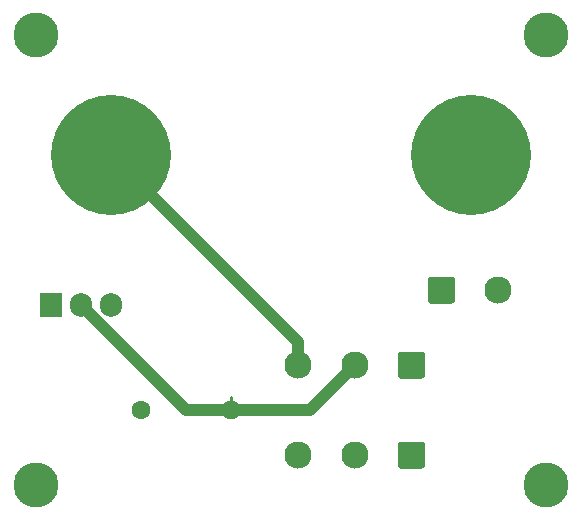
<source format=gbr>
%TF.GenerationSoftware,KiCad,Pcbnew,(5.1.7)-1*%
%TF.CreationDate,2020-11-03T20:57:22+11:00*%
%TF.ProjectId,physbryk_power_supply,70687973-6272-4796-9b5f-706f7765725f,0.0.1*%
%TF.SameCoordinates,Original*%
%TF.FileFunction,Copper,L2,Bot*%
%TF.FilePolarity,Positive*%
%FSLAX46Y46*%
G04 Gerber Fmt 4.6, Leading zero omitted, Abs format (unit mm)*
G04 Created by KiCad (PCBNEW (5.1.7)-1) date 2020-11-03 20:57:22*
%MOMM*%
%LPD*%
G01*
G04 APERTURE LIST*
%TA.AperFunction,ComponentPad*%
%ADD10C,3.810000*%
%TD*%
%TA.AperFunction,ComponentPad*%
%ADD11C,2.300000*%
%TD*%
%TA.AperFunction,ComponentPad*%
%ADD12C,10.160000*%
%TD*%
%TA.AperFunction,ComponentPad*%
%ADD13C,1.600000*%
%TD*%
%TA.AperFunction,ComponentPad*%
%ADD14O,1.600000X1.600000*%
%TD*%
%TA.AperFunction,ComponentPad*%
%ADD15R,1.905000X2.000000*%
%TD*%
%TA.AperFunction,ComponentPad*%
%ADD16O,1.905000X2.000000*%
%TD*%
%TA.AperFunction,Conductor*%
%ADD17C,1.000000*%
%TD*%
%TA.AperFunction,Conductor*%
%ADD18C,0.250000*%
%TD*%
G04 APERTURE END LIST*
D10*
%TO.P,P?,?*%
%TO.N,N/C*%
X171450000Y-114300000D03*
%TD*%
%TO.P,P?,?*%
%TO.N,N/C*%
X128270000Y-114300000D03*
%TD*%
%TO.P,P?,?*%
%TO.N,N/C*%
X171450000Y-76200000D03*
%TD*%
%TO.P,P?,?*%
%TO.N,N/C*%
X128270000Y-76200000D03*
%TD*%
%TO.P,BT1,1*%
%TO.N,Net-(BT1-Pad1)*%
%TA.AperFunction,ComponentPad*%
G36*
G01*
X161410000Y-98690001D02*
X161410000Y-96889999D01*
G75*
G02*
X161659999Y-96640000I249999J0D01*
G01*
X163460001Y-96640000D01*
G75*
G02*
X163710000Y-96889999I0J-249999D01*
G01*
X163710000Y-98690001D01*
G75*
G02*
X163460001Y-98940000I-249999J0D01*
G01*
X161659999Y-98940000D01*
G75*
G02*
X161410000Y-98690001I0J249999D01*
G01*
G37*
%TD.AperFunction*%
D11*
%TO.P,BT1,2*%
%TO.N,GND*%
X167360000Y-97790000D03*
%TD*%
D12*
%TO.P,H1,1*%
%TO.N,Net-(H1-Pad1)*%
X134620000Y-86360000D03*
%TD*%
%TO.P,H2,1*%
%TO.N,GND*%
X165100000Y-86360000D03*
%TD*%
D13*
%TO.P,R1,1*%
%TO.N,Net-(R1-Pad1)*%
X137160000Y-107950000D03*
D14*
%TO.P,R1,2*%
%TO.N,Net-(MES1-Pad2)*%
X144780000Y-107950000D03*
%TD*%
D15*
%TO.P,U1,1*%
%TO.N,Net-(R1-Pad1)*%
X129540000Y-99060000D03*
D16*
%TO.P,U1,2*%
%TO.N,Net-(MES1-Pad2)*%
X132080000Y-99060000D03*
%TO.P,U1,3*%
%TO.N,Net-(BT1-Pad1)*%
X134620000Y-99060000D03*
%TD*%
%TO.P,RV1,1*%
%TO.N,Net-(RV1-Pad1)*%
%TA.AperFunction,ComponentPad*%
G36*
G01*
X161170000Y-110859999D02*
X161170000Y-112660001D01*
G75*
G02*
X160920001Y-112910000I-249999J0D01*
G01*
X159119999Y-112910000D01*
G75*
G02*
X158870000Y-112660001I0J249999D01*
G01*
X158870000Y-110859999D01*
G75*
G02*
X159119999Y-110610000I249999J0D01*
G01*
X160920001Y-110610000D01*
G75*
G02*
X161170000Y-110859999I0J-249999D01*
G01*
G37*
%TD.AperFunction*%
D11*
%TO.P,RV1,2*%
%TO.N,GND*%
X155220000Y-111760000D03*
%TO.P,RV1,3*%
%TO.N,Net-(R1-Pad1)*%
X150420000Y-111760000D03*
%TD*%
%TO.P,MES1,1*%
%TO.N,GND*%
%TA.AperFunction,ComponentPad*%
G36*
G01*
X161170000Y-103239999D02*
X161170000Y-105040001D01*
G75*
G02*
X160920001Y-105290000I-249999J0D01*
G01*
X159119999Y-105290000D01*
G75*
G02*
X158870000Y-105040001I0J249999D01*
G01*
X158870000Y-103239999D01*
G75*
G02*
X159119999Y-102990000I249999J0D01*
G01*
X160920001Y-102990000D01*
G75*
G02*
X161170000Y-103239999I0J-249999D01*
G01*
G37*
%TD.AperFunction*%
%TO.P,MES1,2*%
%TO.N,Net-(MES1-Pad2)*%
X155220000Y-104140000D03*
%TO.P,MES1,3*%
%TO.N,Net-(H1-Pad1)*%
X150420000Y-104140000D03*
%TD*%
D17*
%TO.N,Net-(H1-Pad1)*%
X150420000Y-102160000D02*
X134620000Y-86360000D01*
X150420000Y-104140000D02*
X150420000Y-102160000D01*
%TO.N,Net-(MES1-Pad2)*%
X140970000Y-107950000D02*
X144780000Y-107950000D01*
X132080000Y-99060000D02*
X140970000Y-107950000D01*
D18*
X144780000Y-106818630D02*
X144780000Y-107950000D01*
D17*
X151410000Y-107950000D02*
X155220000Y-104140000D01*
X144780000Y-107950000D02*
X151410000Y-107950000D01*
%TD*%
M02*

</source>
